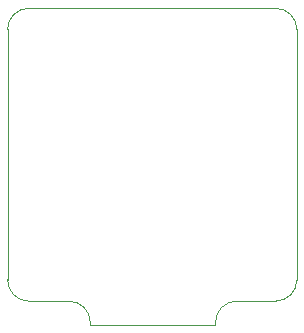
<source format=gbr>
%TF.GenerationSoftware,KiCad,Pcbnew,(5.1.6)-1*%
%TF.CreationDate,2022-09-21T14:30:55-04:00*%
%TF.ProjectId,EXT_BATT_4.5,4558545f-4241-4545-945f-342e352e6b69,rev?*%
%TF.SameCoordinates,Original*%
%TF.FileFunction,Profile,NP*%
%FSLAX46Y46*%
G04 Gerber Fmt 4.6, Leading zero omitted, Abs format (unit mm)*
G04 Created by KiCad (PCBNEW (5.1.6)-1) date 2022-09-21 14:30:55*
%MOMM*%
%LPD*%
G01*
G04 APERTURE LIST*
%TA.AperFunction,Profile*%
%ADD10C,0.050000*%
%TD*%
G04 APERTURE END LIST*
D10*
X124000000Y-102800000D02*
X124000000Y-103000000D01*
X134600000Y-102800000D02*
X134600000Y-103000000D01*
X141500000Y-99200000D02*
X141500000Y-78000000D01*
X139700000Y-76200000D02*
G75*
G02*
X141500000Y-78000000I0J-1800000D01*
G01*
X118800000Y-76200000D02*
X139700000Y-76200000D01*
X117000000Y-78000000D02*
G75*
G02*
X118800000Y-76200000I1800000J0D01*
G01*
X117000000Y-99200000D02*
X117000000Y-78000000D01*
X122200000Y-101000000D02*
X118800000Y-101000000D01*
X118800000Y-101000000D02*
G75*
G02*
X117000000Y-99200000I0J1800000D01*
G01*
X136400000Y-101000000D02*
X139700000Y-101000000D01*
X141500000Y-99200000D02*
G75*
G02*
X139700000Y-101000000I-1800000J0D01*
G01*
X122200000Y-101000000D02*
G75*
G02*
X124000000Y-102800000I0J-1800000D01*
G01*
X134600000Y-102800000D02*
G75*
G02*
X136400000Y-101000000I1800000J0D01*
G01*
X124000000Y-103000000D02*
X134600000Y-103000000D01*
M02*

</source>
